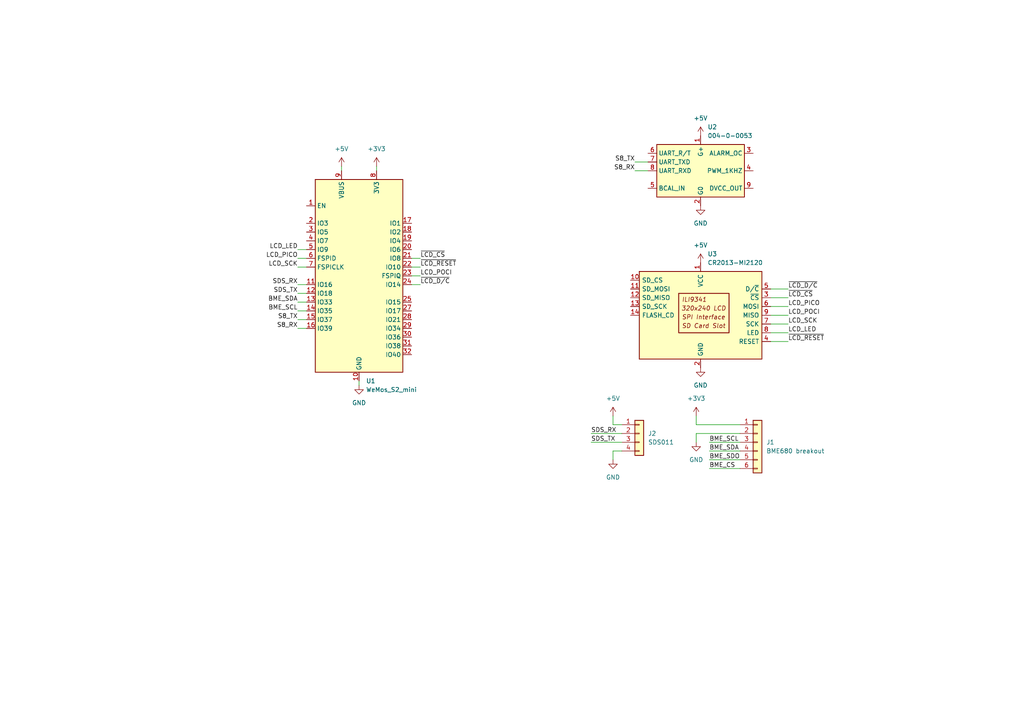
<source format=kicad_sch>
(kicad_sch (version 20211123) (generator eeschema)
  (paper "A4")
  (lib_symbols
    (symbol "Connector_Generic:Conn_01x04" (pin_names (offset 1.016) hide)
      (property "Reference" "J" (at 0 5.08 0))
      (property "Value" "Conn_01x04" (at 0 -7.62 0))
      (symbol "Conn_01x04_1_1"
        (rectangle (start -1.27 -4.953) (end 0 -5.207) (stroke (width 0.1524)))
        (rectangle (start -1.27 -2.413) (end 0 -2.667) (stroke (width 0.1524)))
        (rectangle (start -1.27 0.127) (end 0 -0.127) (stroke (width 0.1524)))
        (rectangle (start -1.27 2.667) (end 0 2.413) (stroke (width 0.1524)))
        (rectangle (start -1.27 3.81) (end 1.27 -6.35) (stroke (width 0.254)) (fill (type background)))
        (pin passive line (at -5.08 2.54 0) (length 3.81) (name "Pin_1") (number "1"))
        (pin passive line (at -5.08 0 0) (length 3.81) (name "Pin_2") (number "2"))
        (pin passive line (at -5.08 -2.54 0) (length 3.81) (name "Pin_3") (number "3"))
        (pin passive line (at -5.08 -5.08 0) (length 3.81) (name "Pin_4") (number "4"))
      )
    )
    (symbol "Connector_Generic:Conn_01x06" (pin_names (offset 1.016) hide)
      (property "Reference" "J" (at 0 7.62 0))
      (property "Value" "Conn_01x06" (at 0 -10.16 0))
      (symbol "Conn_01x06_1_1"
        (rectangle (start -1.27 -7.493) (end 0 -7.747) (stroke (width 0.1524)))
        (rectangle (start -1.27 -4.953) (end 0 -5.207) (stroke (width 0.1524)))
        (rectangle (start -1.27 -2.413) (end 0 -2.667) (stroke (width 0.1524)))
        (rectangle (start -1.27 0.127) (end 0 -0.127) (stroke (width 0.1524)))
        (rectangle (start -1.27 2.667) (end 0 2.413) (stroke (width 0.1524)))
        (rectangle (start -1.27 5.207) (end 0 4.953) (stroke (width 0.1524)))
        (rectangle (start -1.27 6.35) (end 1.27 -8.89) (stroke (width 0.254)) (fill (type background)))
        (pin passive line (at -5.08 5.08 0) (length 3.81) (name "Pin_1") (number "1"))
        (pin passive line (at -5.08 2.54 0) (length 3.81) (name "Pin_2") (number "2"))
        (pin passive line (at -5.08 0 0) (length 3.81) (name "Pin_3") (number "3"))
        (pin passive line (at -5.08 -2.54 0) (length 3.81) (name "Pin_4") (number "4"))
        (pin passive line (at -5.08 -5.08 0) (length 3.81) (name "Pin_5") (number "5"))
        (pin passive line (at -5.08 -7.62 0) (length 3.81) (name "Pin_6") (number "6"))
      )
    )
    (symbol "Driver_Display:CR2013-MI2120" (pin_names (offset 0.762))
      (property "Reference" "U" (at -17.526 13.97 0))
      (property "Value" "CR2013-MI2120" (at 1.905 13.97 0))
      (symbol "CR2013-MI2120_0_0"
        (text "320x240 LCD" (at 0.889 2.032 0) (effects (font (size 1.27 1.27) italic)))
        (text "ILI9341" (at -5.461 4.572 0) (effects (font (size 1.27 1.27) italic) (justify left)))
        (text "SD Card Slot" (at -5.461 -3.048 0) (effects (font (size 1.27 1.27) italic) (justify left)))
        (text "SPI Interface" (at -5.461 -0.508 0) (effects (font (size 1.27 1.27) italic) (justify left)))
      )
      (symbol "CR2013-MI2120_0_1"
        (rectangle (start -17.78 12.7) (end 17.78 -12.7) (stroke (width 0.254)) (fill (type background)))
        (rectangle (start -6.35 6.35) (end 8.255 -5.08) (stroke (width 0.254)))
      )
      (symbol "CR2013-MI2120_1_1"
        (pin power_in line (at 0 15.24 270) (length 2.54) (name "VCC") (number "1"))
        (pin input line (at -20.32 10.16 0) (length 2.54) (name "SD_CS") (number "10"))
        (pin input line (at -20.32 7.62 0) (length 2.54) (name "SD_MOSI") (number "11"))
        (pin output line (at -20.32 5.08 0) (length 2.54) (name "SD_MISO") (number "12"))
        (pin input line (at -20.32 2.54 0) (length 2.54) (name "SD_SCK") (number "13"))
        (pin input line (at -20.32 0 0) (length 2.54) (name "FLASH_CD") (number "14"))
        (pin power_in line (at 0 -15.24 90) (length 2.54) (name "GND") (number "2"))
        (pin input line (at 20.32 5.08 180) (length 2.54) (name "~{CS}") (number "3"))
        (pin input line (at 20.32 -7.62 180) (length 2.54) (name "RESET") (number "4"))
        (pin input line (at 20.32 7.62 180) (length 2.54) (name "D/~{C}") (number "5"))
        (pin input line (at 20.32 2.54 180) (length 2.54) (name "MOSI") (number "6"))
        (pin input line (at 20.32 -2.54 180) (length 2.54) (name "SCK") (number "7"))
        (pin input line (at 20.32 -5.08 180) (length 2.54) (name "LED") (number "8"))
        (pin output line (at 20.32 0 180) (length 2.54) (name "MISO") (number "9"))
      )
    )
    (symbol "MCU_Module:WeMos_S2_mini"
      (property "Reference" "U" (at 2.54 -30.48 0))
      (property "Value" "WeMos_S2_mini" (at 2.54 -33.02 0))
      (symbol "WeMos_S2_mini_1_1"
        (rectangle (start -12.7 27.94) (end 12.7 -27.94) (stroke (width 0.254)) (fill (type background)))
        (pin input line (at -15.24 20.32 0) (length 2.54) (name "EN") (number "1"))
        (pin power_in line (at 0 -30.48 90) (length 2.54) (name "GND") (number "10"))
        (pin tri_state line (at -15.24 -2.54 0) (length 2.54) (name "IO16") (number "11"))
        (pin tri_state line (at -15.24 -5.08 0) (length 2.54) (name "IO18") (number "12"))
        (pin tri_state line (at -15.24 -7.62 0) (length 2.54) (name "IO33") (number "13"))
        (pin tri_state line (at -15.24 -10.16 0) (length 2.54) (name "IO35") (number "14") (alternate "FSPID" bidirectional line))
        (pin tri_state line (at -15.24 -12.7 0) (length 2.54) (name "IO37") (number "15") (alternate "FSPIQ" bidirectional line))
        (pin tri_state line (at -15.24 -15.24 0) (length 2.54) (name "IO39") (number "16"))
        (pin tri_state line (at 15.24 15.24 180) (length 2.54) (name "IO1") (number "17"))
        (pin tri_state line (at 15.24 12.7 180) (length 2.54) (name "IO2") (number "18"))
        (pin tri_state line (at 15.24 10.16 180) (length 2.54) (name "IO4") (number "19"))
        (pin tri_state line (at -15.24 15.24 0) (length 2.54) (name "IO3") (number "2"))
        (pin tri_state line (at 15.24 7.62 180) (length 2.54) (name "IO6") (number "20"))
        (pin tri_state line (at 15.24 5.08 180) (length 2.54) (name "IO8") (number "21"))
        (pin tri_state line (at 15.24 2.54 180) (length 2.54) (name "IO10") (number "22"))
        (pin tri_state line (at 15.24 0 180) (length 2.54) (name "IO13") (number "23") (alternate "FSPIQ" bidirectional line))
        (pin tri_state line (at 15.24 -2.54 180) (length 2.54) (name "IO14") (number "24"))
        (pin tri_state line (at 15.24 -7.62 180) (length 2.54) (name "IO15") (number "25"))
        (pin passive line (at 0 -30.48 90) (length 2.54) hide (name "GND") (number "26"))
        (pin tri_state line (at 15.24 -10.16 180) (length 2.54) (name "IO17") (number "27"))
        (pin tri_state line (at 15.24 -12.7 180) (length 2.54) (name "IO21") (number "28"))
        (pin tri_state line (at 15.24 -15.24 180) (length 2.54) (name "IO34") (number "29"))
        (pin tri_state line (at -15.24 12.7 0) (length 2.54) (name "IO5") (number "3"))
        (pin tri_state line (at 15.24 -17.78 180) (length 2.54) (name "IO36") (number "30") (alternate "FSPICLK" bidirectional line))
        (pin tri_state line (at 15.24 -20.32 180) (length 2.54) (name "IO38") (number "31"))
        (pin tri_state line (at 15.24 -22.86 180) (length 2.54) (name "IO40") (number "32"))
        (pin tri_state line (at -15.24 10.16 0) (length 2.54) (name "IO7") (number "4"))
        (pin tri_state line (at -15.24 7.62 0) (length 2.54) (name "IO9") (number "5"))
        (pin tri_state line (at -15.24 5.08 0) (length 2.54) (name "IO11") (number "6") (alternate "FSPID" bidirectional line))
        (pin tri_state line (at -15.24 2.54 0) (length 2.54) (name "IO12") (number "7") (alternate "FSPICLK" bidirectional line))
        (pin power_out line (at 5.08 30.48 270) (length 2.54) (name "3V3") (number "8"))
        (pin power_out line (at -5.08 30.48 270) (length 2.54) (name "VBUS") (number "9"))
      )
    )
    (symbol "Sensor_Gas:004-0-0053"
      (property "Reference" "U" (at -11.43 8.89 0))
      (property "Value" "004-0-0053" (at 7.62 8.89 0))
      (symbol "004-0-0053_0_1"
        (rectangle (start -12.7 7.62) (end 12.7 -7.62) (stroke (width 0.254)) (fill (type background)))
      )
      (symbol "004-0-0053_1_1"
        (pin power_in line (at 0 10.16 270) (length 2.54) (name "G+") (number "1"))
        (pin power_in line (at 0 -10.16 90) (length 2.54) (name "G0") (number "2"))
        (pin open_collector line (at 15.24 5.08 180) (length 2.54) (name "ALARM_OC") (number "3"))
        (pin output line (at 15.24 0 180) (length 2.54) (name "PWM_1KHZ") (number "4"))
        (pin input line (at -15.24 -5.08 0) (length 2.54) (name "BCAL_IN") (number "5"))
        (pin output line (at -15.24 5.08 0) (length 2.54) (name "UART_R/T") (number "6"))
        (pin output line (at -15.24 2.54 0) (length 2.54) (name "UART_TXD") (number "7"))
        (pin input line (at -15.24 0 0) (length 2.54) (name "UART_RXD") (number "8"))
        (pin power_out line (at 15.24 -5.08 180) (length 2.54) (name "DVCC_OUT") (number "9"))
      )
    )
    (symbol "power:+3V3" (power) (pin_names (offset 0))
      (property "Value" "+3V3" (at 0 3.556 0))
      (symbol "+3V3_0_1"
        (polyline (pts (xy -0.762 1.27) (xy 0 2.54)))
        (polyline (pts (xy 0 0) (xy 0 2.54)))
        (polyline (pts (xy 0 2.54) (xy 0.762 1.27)))
      )
      (symbol "+3V3_1_1"
        (pin power_in line (at 0 0 90) (length 0) hide (name "+3V3") (number "1"))
      )
    )
    (symbol "power:+5V" (power) (pin_names (offset 0))
      (property "Value" "+5V" (at 0 3.556 0))
      (symbol "+5V_0_1"
        (polyline (pts (xy -0.762 1.27) (xy 0 2.54)))
        (polyline (pts (xy 0 0) (xy 0 2.54)))
        (polyline (pts (xy 0 2.54) (xy 0.762 1.27)))
      )
      (symbol "+5V_1_1"
        (pin power_in line (at 0 0 90) (length 0) hide (name "+5V") (number "1"))
      )
    )
    (symbol "power:GND" (power) (pin_names (offset 0))
      (property "Value" "GND" (at 0 -3.81 0))
      (symbol "GND_0_1"
        (polyline (pts (xy 0 0) (xy 0 -1.27) (xy 1.27 -1.27) (xy 0 -2.54) (xy -1.27 -1.27) (xy 0 -1.27)))
      )
      (symbol "GND_1_1"
        (pin power_in line (at 0 0 270) (length 0) hide (name "GND") (number "1"))
      )
    )
  )
  (wire (pts (xy 86.36 90.17) (xy 88.9 90.17)))
  (wire (pts (xy 99.06 48.26) (xy 99.06 49.53)))
  (wire (pts (xy 86.36 74.93) (xy 88.9 74.93)))
  (wire (pts (xy 214.63 123.19) (xy 201.93 123.19)))
  (wire (pts (xy 119.38 77.47) (xy 121.92 77.47)))
  (wire (pts (xy 86.36 72.39) (xy 88.9 72.39)))
  (wire (pts (xy 86.36 77.47) (xy 88.9 77.47)))
  (wire (pts (xy 180.34 123.19) (xy 177.8 123.19)))
  (wire (pts (xy 171.45 128.27) (xy 180.34 128.27)))
  (wire (pts (xy 223.52 99.06) (xy 228.6 99.06)))
  (wire (pts (xy 119.38 80.01) (xy 121.92 80.01)))
  (wire (pts (xy 109.22 48.26) (xy 109.22 49.53)))
  (wire (pts (xy 223.52 86.36) (xy 228.6 86.36)))
  (wire (pts (xy 177.8 130.81) (xy 177.8 133.35)))
  (wire (pts (xy 88.9 85.09) (xy 86.36 85.09)))
  (wire (pts (xy 184.15 49.53) (xy 187.96 49.53)))
  (wire (pts (xy 223.52 96.52) (xy 228.6 96.52)))
  (wire (pts (xy 171.45 125.73) (xy 180.34 125.73)))
  (wire (pts (xy 184.15 46.99) (xy 187.96 46.99)))
  (wire (pts (xy 223.52 93.98) (xy 228.6 93.98)))
  (wire (pts (xy 88.9 82.55) (xy 86.36 82.55)))
  (wire (pts (xy 104.14 110.49) (xy 104.14 111.76)))
  (wire (pts (xy 119.38 74.93) (xy 121.92 74.93)))
  (wire (pts (xy 223.52 91.44) (xy 228.6 91.44)))
  (wire (pts (xy 180.34 130.81) (xy 177.8 130.81)))
  (wire (pts (xy 205.74 133.35) (xy 214.63 133.35)))
  (wire (pts (xy 86.36 95.25) (xy 88.9 95.25)))
  (wire (pts (xy 205.74 128.27) (xy 214.63 128.27)))
  (wire (pts (xy 223.52 83.82) (xy 228.6 83.82)))
  (wire (pts (xy 177.8 120.65) (xy 177.8 123.19)))
  (wire (pts (xy 223.52 88.9) (xy 228.6 88.9)))
  (wire (pts (xy 201.93 120.65) (xy 201.93 123.19)))
  (wire (pts (xy 205.74 135.89) (xy 214.63 135.89)))
  (wire (pts (xy 119.38 82.55) (xy 121.92 82.55)))
  (wire (pts (xy 86.36 92.71) (xy 88.9 92.71)))
  (wire (pts (xy 205.74 130.81) (xy 214.63 130.81)))
  (wire (pts (xy 214.63 125.73) (xy 201.93 125.73)))
  (wire (pts (xy 201.93 125.73) (xy 201.93 128.27)))
  (wire (pts (xy 86.36 87.63) (xy 88.9 87.63)))
  (label "LCD_PICO" (at 86.36 74.93 180))
  (label "SDS_RX" (at 86.36 82.55 180))
  (label "~{LCD_CS}" (at 121.92 74.93 0))
  (label "S8_RX" (at 86.36 95.25 180))
  (label "S8_TX" (at 86.36 92.71 180))
  (label "BME_SDO" (at 205.74 133.35 0))
  (label "LCD_SCK" (at 228.6 93.98 0))
  (label "LCD_LED" (at 228.6 96.52 0))
  (label "BME_CS" (at 205.74 135.89 0))
  (label "~{LCD_RESET}" (at 121.92 77.47 0))
  (label "~{LCD_RESET}" (at 228.6 99.06 0))
  (label "LCD_SCK" (at 86.36 77.47 180))
  (label "LCD_POCI" (at 121.92 80.01 0))
  (label "~{LCD_D{slash}C}" (at 121.92 82.55 0))
  (label "~{LCD_D{slash}C}" (at 228.6 83.82 0))
  (label "BME_SCL" (at 205.74 128.27 0))
  (label "~{LCD_CS}" (at 228.6 86.36 0))
  (label "S8_TX" (at 184.15 46.99 180))
  (label "S8_RX" (at 184.15 49.53 180))
  (label "LCD_POCI" (at 228.6 91.44 0))
  (label "LCD_LED" (at 86.36 72.39 180))
  (label "SDS_TX" (at 86.36 85.09 180))
  (label "BME_SDA" (at 86.36 87.63 180))
  (label "BME_SDA" (at 205.74 130.81 0))
  (label "SDS_RX" (at 171.45 125.73 0))
  (label "BME_SCL" (at 86.36 90.17 180))
  (label "SDS_TX" (at 171.45 128.27 0))
  (label "LCD_PICO" (at 228.6 88.9 0))
  (symbol (lib_id "power:+3V3") (at 201.93 120.65 0) (unit 1)
    (property "Reference" "#PWR0108" (effects hide))
    (property "Value" "+3V3" (at 201.93 115.57 0))
  )
  (symbol (lib_id "power:+5V") (at 177.8 120.65 0) (unit 1)
    (property "Reference" "#PWR0110" (effects hide))
    (property "Value" "+5V" (at 177.8 115.57 0))
  )
  (symbol (lib_id "Sensor_Gas:004-0-0053") (at 203.2 49.53 0) (unit 1)
    (property "Reference" "U2" (at 205.2194 36.83 0) (effects (justify left)))
    (property "Value" "004-0-0053" (at 205.2194 39.37 0) (effects (justify left)))
    (property "Footprint" "Sensor:Senseair_S8_Up" (effects hide))
    (property "Datasheet" "https://rmtplusstoragesenseair.blob.core.windows.net/docs/publicerat/PSP126.pdf" (effects hide))
  )
  (symbol (lib_id "Driver_Display:CR2013-MI2120") (at 203.2 91.44 0) (unit 1)
    (property "Reference" "U3" (at 205.2194 73.66 0) (effects (justify left)))
    (property "Value" "CR2013-MI2120" (at 205.2194 76.2 0) (effects (justify left)))
    (property "Footprint" "Display:CR2013-MI2120" (effects hide))
    (property "Datasheet" "http://pan.baidu.com/s/11Y990" (effects hide))
  )
  (symbol (lib_id "Connector_Generic:Conn_01x04") (at 185.42 125.73 0) (unit 1)
    (property "Reference" "J2" (at 187.96 125.7299 0) (effects (justify left)))
    (property "Value" "SDS011" (at 187.96 128.2699 0) (effects (justify left)))
    (property "Footprint" "Connector_JST:JST_XH_B4B-XH-AM_1x04_P2.50mm_Vertical" (effects hide))
  )
  (symbol (lib_id "power:GND") (at 177.8 133.35 0) (unit 1)
    (property "Reference" "#PWR0111" (effects hide))
    (property "Value" "GND" (at 177.8 138.43 0))
  )
  (symbol (lib_id "power:GND") (at 104.14 111.76 0) (unit 1)
    (property "Reference" "#PWR0101" (effects hide))
    (property "Value" "GND" (at 104.14 116.84 0))
  )
  (symbol (lib_id "power:+3V3") (at 109.22 48.26 0) (unit 1)
    (property "Reference" "#PWR0107" (effects hide))
    (property "Value" "+3V3" (at 109.22 43.18 0))
  )
  (symbol (lib_id "power:+5V") (at 203.2 39.37 0) (unit 1)
    (property "Reference" "#PWR0103" (effects hide))
    (property "Value" "+5V" (at 203.2 34.29 0))
  )
  (symbol (lib_id "MCU_Module:WeMos_S2_mini") (at 104.14 80.01 0) (unit 1)
    (property "Reference" "U1" (at 106.1594 110.49 0) (effects (justify left)))
    (property "Value" "WeMos_S2_mini" (at 106.1594 113.03 0) (effects (justify left)))
    (property "Footprint" "Module:WEMOS_S2_mini" (effects hide))
    (property "Datasheet" "https://www.wemos.cc/en/latest/s2/s2_mini.html" (effects hide))
    (pin "23" (alternate "FSPIQ"))
    (pin "6" (alternate "FSPID"))
    (pin "7" (alternate "FSPICLK"))
  )
  (symbol (lib_id "power:+5V") (at 203.2 76.2 0) (unit 1)
    (property "Reference" "#PWR0105" (effects hide))
    (property "Value" "+5V" (at 203.2 71.12 0))
  )
  (symbol (lib_id "power:GND") (at 201.93 128.27 0) (unit 1)
    (property "Reference" "#PWR0109" (effects hide))
    (property "Value" "GND" (at 201.93 133.35 0))
  )
  (symbol (lib_id "Connector_Generic:Conn_01x06") (at 219.71 128.27 0) (unit 1)
    (property "Reference" "J1" (at 222.25 128.2699 0) (effects (justify left)))
    (property "Value" "BME680 breakout" (at 222.25 130.8099 0) (effects (justify left)))
    (property "Footprint" "Connector_PinHeader_2.54mm:PinHeader_1x06_P2.54mm_Vertical" (effects hide))
  )
  (symbol (lib_id "power:GND") (at 203.2 106.68 0) (unit 1)
    (property "Reference" "#PWR0106" (effects hide))
    (property "Value" "GND" (at 203.2 111.76 0))
  )
  (symbol (lib_id "power:+5V") (at 99.06 48.26 0) (unit 1)
    (property "Reference" "#PWR0102" (effects hide))
    (property "Value" "+5V" (at 99.06 43.18 0))
  )
  (symbol (lib_id "power:GND") (at 203.2 59.69 0) (unit 1)
    (property "Reference" "#PWR0104" (effects hide))
    (property "Value" "GND" (at 203.2 64.77 0))
  )
)
</source>
